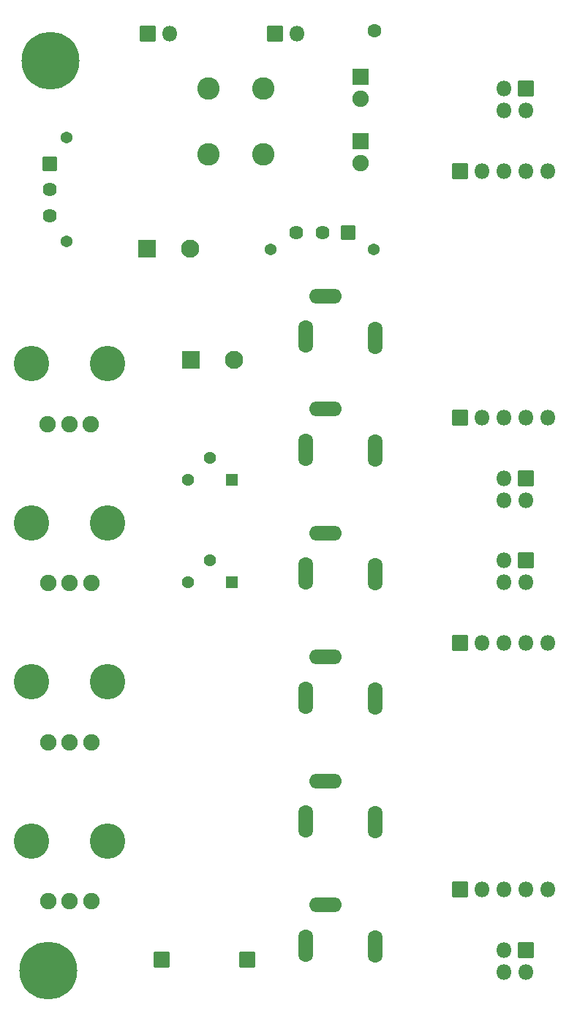
<source format=gts>
G04 #@! TF.GenerationSoftware,KiCad,Pcbnew,7.0.9*
G04 #@! TF.CreationDate,2023-12-28T16:55:22-08:00*
G04 #@! TF.ProjectId,breadboard audio breakout,62726561-6462-46f6-9172-642061756469,rev?*
G04 #@! TF.SameCoordinates,Original*
G04 #@! TF.FileFunction,Soldermask,Top*
G04 #@! TF.FilePolarity,Negative*
%FSLAX46Y46*%
G04 Gerber Fmt 4.6, Leading zero omitted, Abs format (unit mm)*
G04 Created by KiCad (PCBNEW 7.0.9) date 2023-12-28 16:55:22*
%MOMM*%
%LPD*%
G01*
G04 APERTURE LIST*
G04 Aperture macros list*
%AMRoundRect*
0 Rectangle with rounded corners*
0 $1 Rounding radius*
0 $2 $3 $4 $5 $6 $7 $8 $9 X,Y pos of 4 corners*
0 Add a 4 corners polygon primitive as box body*
4,1,4,$2,$3,$4,$5,$6,$7,$8,$9,$2,$3,0*
0 Add four circle primitives for the rounded corners*
1,1,$1+$1,$2,$3*
1,1,$1+$1,$4,$5*
1,1,$1+$1,$6,$7*
1,1,$1+$1,$8,$9*
0 Add four rect primitives between the rounded corners*
20,1,$1+$1,$2,$3,$4,$5,0*
20,1,$1+$1,$4,$5,$6,$7,0*
20,1,$1+$1,$6,$7,$8,$9,0*
20,1,$1+$1,$8,$9,$2,$3,0*%
G04 Aperture macros list end*
%ADD10O,1.700000X3.800000*%
%ADD11O,3.800000X1.700000*%
%ADD12C,1.370000*%
%ADD13RoundRect,0.050000X0.760000X-0.760000X0.760000X0.760000X-0.760000X0.760000X-0.760000X-0.760000X0*%
%ADD14C,1.620000*%
%ADD15C,1.600000*%
%ADD16RoundRect,0.050000X0.850000X-0.850000X0.850000X0.850000X-0.850000X0.850000X-0.850000X-0.850000X0*%
%ADD17O,1.800000X1.800000*%
%ADD18C,4.100000*%
%ADD19C,1.900000*%
%ADD20RoundRect,0.050000X-0.850000X-0.850000X0.850000X-0.850000X0.850000X0.850000X-0.850000X0.850000X0*%
%ADD21RoundRect,0.050000X-1.000000X-1.000000X1.000000X-1.000000X1.000000X1.000000X-1.000000X1.000000X0*%
%ADD22C,2.100000*%
%ADD23C,0.900000*%
%ADD24C,6.700000*%
%ADD25RoundRect,0.050000X-0.900000X0.900000X-0.900000X-0.900000X0.900000X-0.900000X0.900000X0.900000X0*%
%ADD26RoundRect,0.050000X-0.760000X-0.760000X0.760000X-0.760000X0.760000X0.760000X-0.760000X0.760000X0*%
%ADD27C,2.600000*%
%ADD28RoundRect,0.050000X0.850000X0.850000X-0.850000X0.850000X-0.850000X-0.850000X0.850000X-0.850000X0*%
%ADD29RoundRect,0.050000X-0.850000X0.850000X-0.850000X-0.850000X0.850000X-0.850000X0.850000X0.850000X0*%
%ADD30RoundRect,0.102000X0.611000X0.611000X-0.611000X0.611000X-0.611000X-0.611000X0.611000X-0.611000X0*%
%ADD31C,1.426000*%
G04 APERTURE END LIST*
D10*
X104403101Y-97917000D03*
X112503100Y-98017076D03*
D11*
X106703101Y-93217078D03*
D12*
X76725001Y-73835477D03*
X76725001Y-61835501D03*
D13*
X74765001Y-64835500D03*
D14*
X74765001Y-67835499D03*
X74765001Y-70835498D03*
D15*
X112395000Y-49478000D03*
D16*
X86129001Y-49784000D03*
D17*
X88669001Y-49784000D03*
D16*
X100866001Y-49784000D03*
D17*
X103406001Y-49784000D03*
D18*
X72708802Y-124806924D03*
X81508802Y-124806924D03*
D19*
X74608802Y-131806924D03*
X77108802Y-131806924D03*
X79608802Y-131806924D03*
D10*
X104403101Y-112268000D03*
X112503100Y-112368076D03*
D11*
X106703101Y-107568078D03*
D18*
X72708802Y-143221924D03*
X81508802Y-143221924D03*
D19*
X74608802Y-150221924D03*
X77108802Y-150221924D03*
X79608802Y-150221924D03*
D20*
X87785001Y-156972000D03*
D10*
X104403101Y-126619000D03*
X112503100Y-126719076D03*
D11*
X106703101Y-121919078D03*
D21*
X91132324Y-87503000D03*
D22*
X96132324Y-87503000D03*
D20*
X97663000Y-156972000D03*
D23*
X72481801Y-52946000D03*
X73184745Y-51248944D03*
X73184745Y-54643056D03*
X74881801Y-50546000D03*
D24*
X74881801Y-52946000D03*
D23*
X74881801Y-55346000D03*
X76578857Y-51248944D03*
X76578857Y-54643056D03*
X77281801Y-52946000D03*
D10*
X104403101Y-84864061D03*
X112503100Y-84964137D03*
D11*
X106703101Y-80164139D03*
D25*
X110772001Y-62230000D03*
D19*
X110772001Y-64770000D03*
D12*
X100347023Y-74731000D03*
X112346999Y-74731000D03*
D26*
X109347000Y-72771000D03*
D14*
X106347001Y-72771000D03*
X103347002Y-72771000D03*
D10*
X104403101Y-155321000D03*
X112503100Y-155421076D03*
D11*
X106703101Y-150621078D03*
D27*
X99568000Y-63754000D03*
X93218000Y-63754000D03*
X99568000Y-56134000D03*
X93218000Y-56134000D03*
D10*
X104403101Y-140970000D03*
X112503100Y-141070076D03*
D11*
X106703101Y-136270078D03*
D18*
X72668802Y-87976924D03*
X81468802Y-87976924D03*
D19*
X74568802Y-94976924D03*
X77068802Y-94976924D03*
X79568802Y-94976924D03*
D25*
X110772001Y-54730000D03*
D19*
X110772001Y-57270000D03*
D18*
X72713802Y-106391924D03*
X81513802Y-106391924D03*
D19*
X74613802Y-113391924D03*
X77113802Y-113391924D03*
X79613802Y-113391924D03*
D23*
X72253201Y-158242000D03*
X72956145Y-156544944D03*
X72956145Y-159939056D03*
X74653201Y-155842000D03*
D24*
X74653201Y-158242000D03*
D23*
X74653201Y-160642000D03*
X76350257Y-156544944D03*
X76350257Y-159939056D03*
X77053201Y-158242000D03*
D21*
X86084400Y-74676000D03*
D22*
X91084400Y-74676000D03*
D28*
X129921000Y-155829000D03*
D17*
X127381000Y-155829000D03*
X129921000Y-158369000D03*
X127381000Y-158369000D03*
D28*
X129921000Y-56134000D03*
D17*
X127381000Y-56134000D03*
X129921000Y-58674000D03*
X127381000Y-58674000D03*
D29*
X122301000Y-148844000D03*
D17*
X124841000Y-148844000D03*
X127381000Y-148844000D03*
X129921000Y-148844000D03*
X132461000Y-148844000D03*
D29*
X122301000Y-65659000D03*
D17*
X124841000Y-65659000D03*
X127381000Y-65659000D03*
X129921000Y-65659000D03*
X132461000Y-65659000D03*
D29*
X122301000Y-120269000D03*
D17*
X124841000Y-120269000D03*
X127381000Y-120269000D03*
X129921000Y-120269000D03*
X132461000Y-120269000D03*
D30*
X95887601Y-101443000D03*
D31*
X93347601Y-98903000D03*
X90807601Y-101443000D03*
D28*
X129921000Y-110744000D03*
D17*
X127381000Y-110744000D03*
X129921000Y-113284000D03*
X127381000Y-113284000D03*
D29*
X122301000Y-94234000D03*
D17*
X124841000Y-94234000D03*
X127381000Y-94234000D03*
X129921000Y-94234000D03*
X132461000Y-94234000D03*
D30*
X95913001Y-113254000D03*
D31*
X93373001Y-110714000D03*
X90833001Y-113254000D03*
D28*
X129921000Y-101214000D03*
D17*
X127381000Y-101214000D03*
X129921000Y-103754000D03*
X127381000Y-103754000D03*
M02*

</source>
